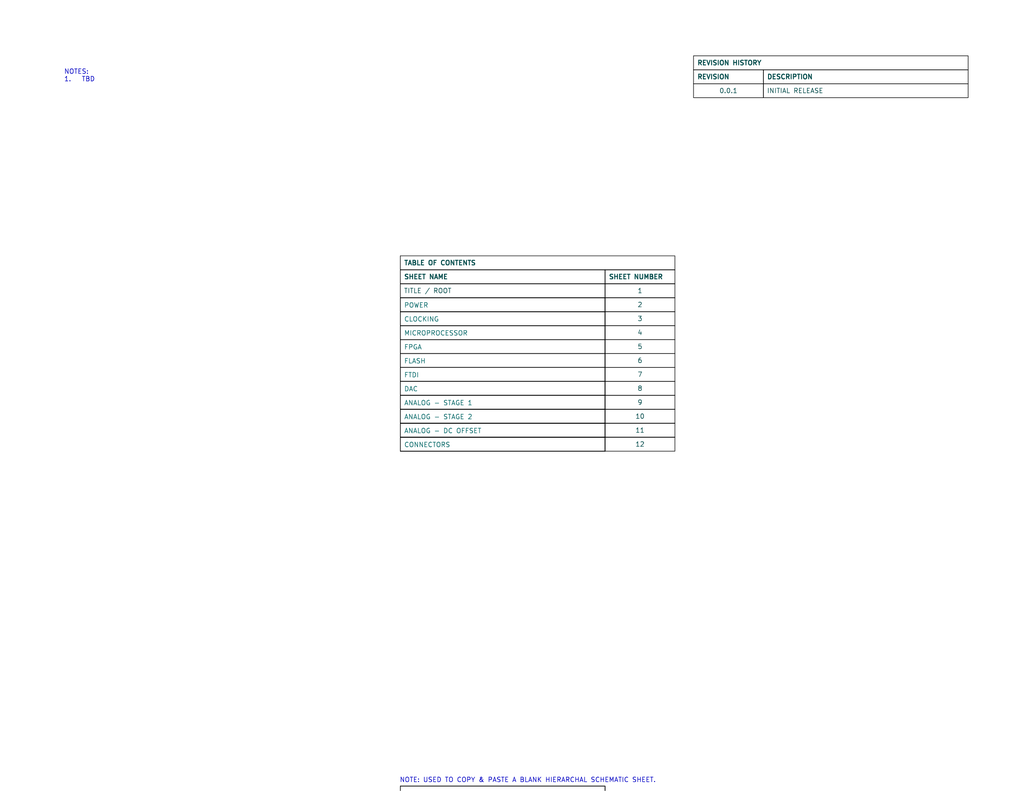
<source format=kicad_sch>
(kicad_sch
	(version 20231120)
	(generator "eeschema")
	(generator_version "8.0")
	(uuid "866ef9be-3b01-4288-a6e0-a2357aa17e50")
	(paper "A")
	(title_block
		(title "ARBITRARY WAVEFORM GENERATOR")
		(date "2024-09-11")
		(rev "0.0.1")
		(company "Tomasz Brzyzek")
	)
	(lib_symbols)
	(text_box "2"
		(exclude_from_sim no)
		(at 165.1 81.28 0)
		(size 19.05 3.81)
		(stroke
			(width 0)
			(type default)
			(color 0 0 0 1)
		)
		(fill
			(type none)
		)
		(effects
			(font
				(size 1.27 1.27)
				(color 0 72 72 1)
			)
		)
		(uuid "01f8ac6f-09ae-4953-baac-9765af5d4085")
	)
	(text_box "REVISION"
		(exclude_from_sim no)
		(at 189.23 19.05 0)
		(size 19.05 3.81)
		(stroke
			(width 0)
			(type default)
			(color 0 0 0 1)
		)
		(fill
			(type none)
		)
		(effects
			(font
				(size 1.27 1.27)
				(thickness 0.254)
				(bold yes)
				(color 0 72 72 1)
			)
			(justify left)
		)
		(uuid "055cb14a-0792-4ba2-a46f-215aebb4c809")
	)
	(text_box "3"
		(exclude_from_sim no)
		(at 165.1 85.09 0)
		(size 19.05 3.81)
		(stroke
			(width 0)
			(type default)
			(color 0 0 0 1)
		)
		(fill
			(type none)
		)
		(effects
			(font
				(size 1.27 1.27)
				(color 0 72 72 1)
			)
		)
		(uuid "057ecabf-76a3-41e1-bd8a-b401d3d74bc4")
	)
	(text_box "REVISION HISTORY"
		(exclude_from_sim no)
		(at 189.23 15.24 0)
		(size 74.93 3.81)
		(stroke
			(width 0)
			(type default)
			(color 0 0 0 1)
		)
		(fill
			(type none)
		)
		(effects
			(font
				(size 1.27 1.27)
				(thickness 0.254)
				(bold yes)
				(color 0 72 72 1)
			)
			(justify left)
		)
		(uuid "20bb2244-dbae-4f72-8106-e9df9b3bfd50")
	)
	(text_box "4"
		(exclude_from_sim no)
		(at 165.1 88.9 0)
		(size 19.05 3.81)
		(stroke
			(width 0)
			(type default)
			(color 0 0 0 1)
		)
		(fill
			(type none)
		)
		(effects
			(font
				(size 1.27 1.27)
				(color 0 72 72 1)
			)
		)
		(uuid "2164bdcd-aa25-44dc-8228-f0acc9a0b047")
	)
	(text_box "SHEET NAME"
		(exclude_from_sim no)
		(at 109.22 73.66 0)
		(size 55.88 3.81)
		(stroke
			(width 0)
			(type default)
			(color 0 0 0 1)
		)
		(fill
			(type none)
		)
		(effects
			(font
				(size 1.27 1.27)
				(thickness 0.254)
				(bold yes)
				(color 0 72 72 1)
			)
			(justify left)
		)
		(uuid "2658ae98-dd8c-459b-84d3-24d2a4cabc56")
	)
	(text_box "TABLE OF CONTENTS"
		(exclude_from_sim no)
		(at 109.22 69.85 0)
		(size 74.93 3.81)
		(stroke
			(width 0)
			(type default)
			(color 0 0 0 1)
		)
		(fill
			(type none)
		)
		(effects
			(font
				(size 1.27 1.27)
				(thickness 0.254)
				(bold yes)
				(color 0 72 72 1)
			)
			(justify left)
		)
		(uuid "30cb4e8a-0f93-49f5-9ce2-312aa8491742")
	)
	(text_box "SHEET NUMBER"
		(exclude_from_sim no)
		(at 165.1 73.66 0)
		(size 19.05 3.81)
		(stroke
			(width 0)
			(type default)
			(color 0 0 0 1)
		)
		(fill
			(type none)
		)
		(effects
			(font
				(size 1.27 1.27)
				(thickness 0.254)
				(bold yes)
				(color 0 72 72 1)
			)
			(justify left)
		)
		(uuid "3f6a981a-3190-4ac2-9bcf-92626abed2d4")
	)
	(text_box "7"
		(exclude_from_sim no)
		(at 165.1 100.33 0)
		(size 19.05 3.81)
		(stroke
			(width 0)
			(type default)
			(color 0 0 0 1)
		)
		(fill
			(type none)
		)
		(effects
			(font
				(size 1.27 1.27)
				(color 0 72 72 1)
			)
		)
		(uuid "51c4fcd4-ecad-4933-9fed-2ab2cc4c253c")
	)
	(text_box "8"
		(exclude_from_sim no)
		(at 165.1 104.14 0)
		(size 19.05 3.81)
		(stroke
			(width 0)
			(type default)
			(color 0 0 0 1)
		)
		(fill
			(type none)
		)
		(effects
			(font
				(size 1.27 1.27)
				(color 0 72 72 1)
			)
		)
		(uuid "6632f504-9e62-4b98-aecb-504266955ccc")
	)
	(text_box "11"
		(exclude_from_sim no)
		(at 165.1 115.57 0)
		(size 19.05 3.81)
		(stroke
			(width 0)
			(type default)
			(color 0 0 0 1)
		)
		(fill
			(type none)
		)
		(effects
			(font
				(size 1.27 1.27)
				(color 0 72 72 1)
			)
		)
		(uuid "6f231fdc-cf5e-4566-a539-5cd91b777b47")
	)
	(text_box "DESCRIPTION"
		(exclude_from_sim no)
		(at 208.28 19.05 0)
		(size 55.88 3.81)
		(stroke
			(width 0)
			(type default)
			(color 0 0 0 1)
		)
		(fill
			(type none)
		)
		(effects
			(font
				(size 1.27 1.27)
				(thickness 0.254)
				(bold yes)
				(color 0 72 72 1)
			)
			(justify left)
		)
		(uuid "90b03f3b-8994-48c8-80d3-5f97d93d4f16")
	)
	(text_box "6"
		(exclude_from_sim no)
		(at 165.1 96.52 0)
		(size 19.05 3.81)
		(stroke
			(width 0)
			(type default)
			(color 0 0 0 1)
		)
		(fill
			(type none)
		)
		(effects
			(font
				(size 1.27 1.27)
				(color 0 72 72 1)
			)
		)
		(uuid "94738b7c-693d-4b0e-a197-2d900988529a")
	)
	(text_box "NOTES:\n1.	TBD"
		(exclude_from_sim no)
		(at 16.51 17.78 0)
		(size 83.82 107.95)
		(stroke
			(width -0.0001)
			(type default)
		)
		(fill
			(type none)
		)
		(effects
			(font
				(size 1.27 1.27)
			)
			(justify left top)
		)
		(uuid "a5a09aeb-5b6d-4333-9a75-c70ea06bb632")
	)
	(text_box "TITLE / ROOT"
		(exclude_from_sim no)
		(at 109.22 77.47 0)
		(size 55.88 3.81)
		(stroke
			(width 0)
			(type default)
			(color 0 0 0 1)
		)
		(fill
			(type none)
		)
		(effects
			(font
				(size 1.27 1.27)
				(color 0 72 72 1)
			)
			(justify left)
		)
		(uuid "ad3108a1-6f02-4302-8db2-dd7b0350ae43")
	)
	(text_box "10"
		(exclude_from_sim no)
		(at 165.1 111.76 0)
		(size 19.05 3.81)
		(stroke
			(width 0)
			(type default)
			(color 0 0 0 1)
		)
		(fill
			(type none)
		)
		(effects
			(font
				(size 1.27 1.27)
				(color 0 72 72 1)
			)
		)
		(uuid "b2af73cf-66d8-4b7c-852a-2560481231a7")
	)
	(text_box "INITIAL RELEASE"
		(exclude_from_sim no)
		(at 208.28 22.86 0)
		(size 55.88 3.81)
		(stroke
			(width 0)
			(type default)
			(color 0 0 0 1)
		)
		(fill
			(type none)
		)
		(effects
			(font
				(size 1.27 1.27)
				(color 0 72 72 1)
			)
			(justify left)
		)
		(uuid "b63e84f1-4249-470d-b1a6-86f148673620")
	)
	(text_box "12"
		(exclude_from_sim no)
		(at 165.1 119.38 0)
		(size 19.05 3.81)
		(stroke
			(width 0)
			(type default)
			(color 0 0 0 1)
		)
		(fill
			(type none)
		)
		(effects
			(font
				(size 1.27 1.27)
				(color 0 72 72 1)
			)
		)
		(uuid "c120278d-6f88-45ff-905d-b57bee88229d")
	)
	(text_box "0.0.1"
		(exclude_from_sim no)
		(at 189.23 22.86 0)
		(size 19.05 3.81)
		(stroke
			(width 0)
			(type default)
			(color 0 0 0 1)
		)
		(fill
			(type none)
		)
		(effects
			(font
				(size 1.27 1.27)
				(color 0 72 72 1)
			)
		)
		(uuid "c98ecee2-77a8-40d9-929f-155f1e90863f")
	)
	(text_box "5"
		(exclude_from_sim no)
		(at 165.1 92.71 0)
		(size 19.05 3.81)
		(stroke
			(width 0)
			(type default)
			(color 0 0 0 1)
		)
		(fill
			(type none)
		)
		(effects
			(font
				(size 1.27 1.27)
				(color 0 72 72 1)
			)
		)
		(uuid "ee7da98a-f033-436d-84cf-4116531a5425")
	)
	(text_box "1"
		(exclude_from_sim no)
		(at 165.1 77.47 0)
		(size 19.05 3.81)
		(stroke
			(width 0)
			(type default)
			(color 0 0 0 1)
		)
		(fill
			(type none)
		)
		(effects
			(font
				(size 1.27 1.27)
				(color 0 72 72 1)
			)
		)
		(uuid "f3a4c47b-48c3-4217-825d-9dcb3e5f829e")
	)
	(text_box "9"
		(exclude_from_sim no)
		(at 165.1 107.95 0)
		(size 19.05 3.81)
		(stroke
			(width 0)
			(type default)
			(color 0 0 0 1)
		)
		(fill
			(type none)
		)
		(effects
			(font
				(size 1.27 1.27)
				(color 0 72 72 1)
			)
		)
		(uuid "fff84930-5cb2-45df-bcb7-6c085ad336dc")
	)
	(text "NOTE: USED TO COPY & PASTE A BLANK HIERARCHAL SCHEMATIC SHEET."
		(exclude_from_sim no)
		(at 144.018 213.106 0)
		(effects
			(font
				(size 1.27 1.27)
			)
		)
		(uuid "f8e9d5cc-351a-4f23-b504-f75bb984b671")
	)
	(sheet
		(at 109.22 88.9)
		(size 55.88 3.81)
		(stroke
			(width 0.1524)
			(type solid)
			(color 0 0 0 1)
		)
		(fill
			(color 0 0 0 0.0000)
		)
		(uuid "1173c135-6710-44aa-af07-a45f7e01d96a")
		(property "Sheetname" "MICROPROCESSOR"
			(at 110.236 90.932 0)
			(effects
				(font
					(size 1.27 1.27)
				)
				(justify left)
			)
		)
		(property "Sheetfile" "microprocessor.kicad_sch"
			(at 109.22 93.2946 0)
			(effects
				(font
					(size 1.27 1.27)
				)
				(justify left top)
				(hide yes)
			)
		)
		(instances
			(project "arb"
				(path "/866ef9be-3b01-4288-a6e0-a2357aa17e50"
					(page "4")
				)
			)
		)
	)
	(sheet
		(at 109.22 92.71)
		(size 55.88 3.81)
		(stroke
			(width 0.1524)
			(type solid)
			(color 0 0 0 1)
		)
		(fill
			(color 0 0 0 0.0000)
		)
		(uuid "13f127a8-adf3-43db-9fea-9a9f154787f6")
		(property "Sheetname" "FPGA"
			(at 110.236 94.742 0)
			(effects
				(font
					(size 1.27 1.27)
				)
				(justify left)
			)
		)
		(property "Sheetfile" "fpga.kicad_sch"
			(at 109.22 97.1046 0)
			(effects
				(font
					(size 1.27 1.27)
				)
				(justify left top)
				(hide yes)
			)
		)
		(instances
			(project "arb"
				(path "/866ef9be-3b01-4288-a6e0-a2357aa17e50"
					(page "5")
				)
			)
		)
	)
	(sheet
		(at 109.22 107.95)
		(size 55.88 3.81)
		(stroke
			(width 0.1524)
			(type solid)
			(color 0 0 0 1)
		)
		(fill
			(color 0 0 0 0.0000)
		)
		(uuid "15631b2d-3708-4ae8-a4e9-7f8a7b587733")
		(property "Sheetname" "ANALOG - STAGE 1"
			(at 110.236 109.982 0)
			(effects
				(font
					(size 1.27 1.27)
				)
				(justify left)
			)
		)
		(property "Sheetfile" "analog1.kicad_sch"
			(at 109.22 112.3446 0)
			(effects
				(font
					(size 1.27 1.27)
				)
				(justify left top)
				(hide yes)
			)
		)
		(instances
			(project "arb"
				(path "/866ef9be-3b01-4288-a6e0-a2357aa17e50"
					(page "9")
				)
			)
		)
	)
	(sheet
		(at 109.22 81.28)
		(size 55.88 3.81)
		(stroke
			(width 0.1524)
			(type solid)
			(color 0 0 0 1)
		)
		(fill
			(color 0 0 0 0.0000)
		)
		(uuid "1bf072f1-a14e-405a-bc69-5714f3381f47")
		(property "Sheetname" "POWER"
			(at 110.236 83.312 0)
			(effects
				(font
					(size 1.27 1.27)
				)
				(justify left)
			)
		)
		(property "Sheetfile" "power.kicad_sch"
			(at 109.22 85.6746 0)
			(effects
				(font
					(size 1.27 1.27)
				)
				(justify left top)
				(hide yes)
			)
		)
		(instances
			(project "arb"
				(path "/866ef9be-3b01-4288-a6e0-a2357aa17e50"
					(page "2")
				)
			)
		)
	)
	(sheet
		(at 109.22 96.52)
		(size 55.88 3.81)
		(stroke
			(width 0.1524)
			(type solid)
			(color 0 0 0 1)
		)
		(fill
			(color 0 0 0 0.0000)
		)
		(uuid "3eaf535e-ef91-4de7-bf25-42486b2f88fe")
		(property "Sheetname" "FLASH"
			(at 110.236 98.552 0)
			(effects
				(font
					(size 1.27 1.27)
				)
				(justify left)
			)
		)
		(property "Sheetfile" "flash.kicad_sch"
			(at 109.22 100.9146 0)
			(effects
				(font
					(size 1.27 1.27)
				)
				(justify left top)
				(hide yes)
			)
		)
		(instances
			(project "arb"
				(path "/866ef9be-3b01-4288-a6e0-a2357aa17e50"
					(page "7")
				)
			)
		)
	)
	(sheet
		(at 109.22 85.09)
		(size 55.88 3.81)
		(stroke
			(width 0.1524)
			(type solid)
			(color 0 0 0 1)
		)
		(fill
			(color 0 0 0 0.0000)
		)
		(uuid "59503b16-13c4-4480-8e22-c5a7043d8844")
		(property "Sheetname" "CLOCKING"
			(at 110.236 87.122 0)
			(effects
				(font
					(size 1.27 1.27)
				)
				(justify left)
			)
		)
		(property "Sheetfile" "clocking.kicad_sch"
			(at 109.22 89.4846 0)
			(effects
				(font
					(size 1.27 1.27)
				)
				(justify left top)
				(hide yes)
			)
		)
		(instances
			(project "arb"
				(path "/866ef9be-3b01-4288-a6e0-a2357aa17e50"
					(page "3")
				)
			)
		)
	)
	(sheet
		(at 109.22 100.33)
		(size 55.88 3.81)
		(stroke
			(width 0.1524)
			(type solid)
			(color 0 0 0 1)
		)
		(fill
			(color 0 0 0 0.0000)
		)
		(uuid "671babe9-63c4-471b-b226-781a2641e7ad")
		(property "Sheetname" "FTDI"
			(at 110.236 102.362 0)
			(effects
				(font
					(size 1.27 1.27)
				)
				(justify left)
			)
		)
		(property "Sheetfile" "ftdi.kicad_sch"
			(at 109.22 104.7246 0)
			(effects
				(font
					(size 1.27 1.27)
				)
				(justify left top)
				(hide yes)
			)
		)
		(instances
			(project "arb"
				(path "/866ef9be-3b01-4288-a6e0-a2357aa17e50"
					(page "6")
				)
			)
		)
	)
	(sheet
		(at 109.22 104.14)
		(size 55.88 3.81)
		(stroke
			(width 0.1524)
			(type solid)
			(color 0 0 0 1)
		)
		(fill
			(color 0 0 0 0.0000)
		)
		(uuid "7126ceca-2dec-4994-855f-f217c0acdc71")
		(property "Sheetname" "DAC"
			(at 110.236 106.172 0)
			(effects
				(font
					(size 1.27 1.27)
				)
				(justify left)
			)
		)
		(property "Sheetfile" "dac.kicad_sch"
			(at 109.22 108.5346 0)
			(effects
				(font
					(size 1.27 1.27)
				)
				(justify left top)
				(hide yes)
			)
		)
		(instances
			(project "arb"
				(path "/866ef9be-3b01-4288-a6e0-a2357aa17e50"
					(page "8")
				)
			)
		)
	)
	(sheet
		(at 109.22 214.63)
		(size 55.88 3.81)
		(stroke
			(width 0.1524)
			(type solid)
			(color 0 0 0 1)
		)
		(fill
			(color 0 0 0 0.0000)
		)
		(uuid "d28261b1-c955-4283-8a47-f8291dd1b7a6")
		(property "Sheetname" "BLANK TEMPLATE"
			(at 110.236 216.662 0)
			(effects
				(font
					(size 1.27 1.27)
				)
				(justify left)
			)
		)
		(property "Sheetfile" "blank_template.kicad_sch"
			(at 109.22 219.0246 0)
			(effects
				(font
					(size 1.27 1.27)
				)
				(justify left top)
				(hide yes)
			)
		)
		(instances
			(project "arb"
				(path "/866ef9be-3b01-4288-a6e0-a2357aa17e50"
					(page "99")
				)
			)
		)
	)
	(sheet
		(at 109.22 115.57)
		(size 55.88 3.81)
		(stroke
			(width 0.1524)
			(type solid)
			(color 0 0 0 1)
		)
		(fill
			(color 0 0 0 0.0000)
		)
		(uuid "dd20ed2c-105a-40ef-bdba-a4198899f68e")
		(property "Sheetname" "ANALOG - DC OFFSET"
			(at 110.236 117.602 0)
			(effects
				(font
					(size 1.27 1.27)
				)
				(justify left)
			)
		)
		(property "Sheetfile" "analogdc.kicad_sch"
			(at 109.22 119.9646 0)
			(effects
				(font
					(size 1.27 1.27)
				)
				(justify left top)
				(hide yes)
			)
		)
		(instances
			(project "arb"
				(path "/866ef9be-3b01-4288-a6e0-a2357aa17e50"
					(page "11")
				)
			)
		)
	)
	(sheet
		(at 109.22 111.76)
		(size 55.88 3.81)
		(stroke
			(width 0.1524)
			(type solid)
			(color 0 0 0 1)
		)
		(fill
			(color 0 0 0 0.0000)
		)
		(uuid "e46c6640-71a3-4b78-b602-0f6be9676e36")
		(property "Sheetname" "ANALOG - STAGE 2"
			(at 110.236 113.792 0)
			(effects
				(font
					(size 1.27 1.27)
				)
				(justify left)
			)
		)
		(property "Sheetfile" "analog2.kicad_sch"
			(at 109.22 116.1546 0)
			(effects
				(font
					(size 1.27 1.27)
				)
				(justify left top)
				(hide yes)
			)
		)
		(instances
			(project "arb"
				(path "/866ef9be-3b01-4288-a6e0-a2357aa17e50"
					(page "10")
				)
			)
		)
	)
	(sheet
		(at 109.22 119.38)
		(size 55.88 3.81)
		(stroke
			(width 0.1524)
			(type solid)
			(color 0 0 0 1)
		)
		(fill
			(color 0 0 0 0.0000)
		)
		(uuid "eb105004-087f-4ea7-8291-809b214299af")
		(property "Sheetname" "CONNECTORS"
			(at 110.236 121.412 0)
			(effects
				(font
					(size 1.27 1.27)
				)
				(justify left)
			)
		)
		(property "Sheetfile" "connectors.kicad_sch"
			(at 109.22 123.7746 0)
			(effects
				(font
					(size 1.27 1.27)
				)
				(justify left top)
				(hide yes)
			)
		)
		(instances
			(project "arb"
				(path "/866ef9be-3b01-4288-a6e0-a2357aa17e50"
					(page "12")
				)
			)
		)
	)
	(sheet_instances
		(path "/"
			(page "1")
		)
	)
)

</source>
